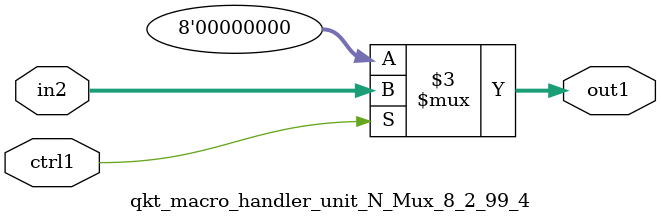
<source format=v>

`timescale 1ps / 1ps


module qkt_macro_handler_unit_N_Mux_8_2_99_4( in2, ctrl1, out1 );

    input [7:0] in2;
    input ctrl1;
    output [7:0] out1;
    reg [7:0] out1;

    
    // rtl_process:qkt_macro_handler_unit_N_Mux_8_2_99_4/qkt_macro_handler_unit_N_Mux_8_2_99_4_thread_1
    always @*
      begin : qkt_macro_handler_unit_N_Mux_8_2_99_4_thread_1
        case (ctrl1) 
          1'b1: 
            begin
              out1 = in2;
            end
          default: 
            begin
              out1 = 8'd000;
            end
        endcase
      end

endmodule



</source>
